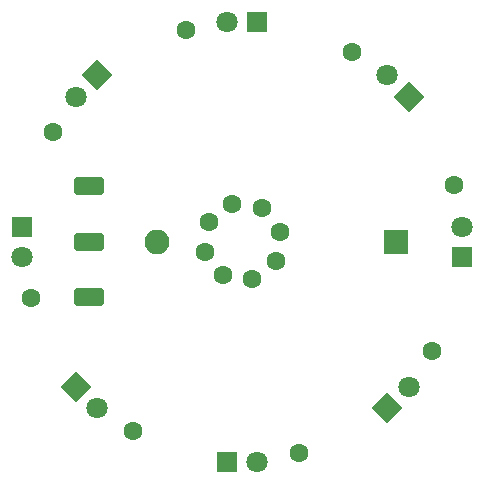
<source format=gbr>
%TF.GenerationSoftware,KiCad,Pcbnew,7.0.9*%
%TF.CreationDate,2025-02-20T14:34:02+01:00*%
%TF.ProjectId,firefly,66697265-666c-4792-9e6b-696361645f70,rev?*%
%TF.SameCoordinates,Original*%
%TF.FileFunction,Soldermask,Bot*%
%TF.FilePolarity,Negative*%
%FSLAX46Y46*%
G04 Gerber Fmt 4.6, Leading zero omitted, Abs format (unit mm)*
G04 Created by KiCad (PCBNEW 7.0.9) date 2025-02-20 14:34:02*
%MOMM*%
%LPD*%
G01*
G04 APERTURE LIST*
G04 Aperture macros list*
%AMRoundRect*
0 Rectangle with rounded corners*
0 $1 Rounding radius*
0 $2 $3 $4 $5 $6 $7 $8 $9 X,Y pos of 4 corners*
0 Add a 4 corners polygon primitive as box body*
4,1,4,$2,$3,$4,$5,$6,$7,$8,$9,$2,$3,0*
0 Add four circle primitives for the rounded corners*
1,1,$1+$1,$2,$3*
1,1,$1+$1,$4,$5*
1,1,$1+$1,$6,$7*
1,1,$1+$1,$8,$9*
0 Add four rect primitives between the rounded corners*
20,1,$1+$1,$2,$3,$4,$5,0*
20,1,$1+$1,$4,$5,$6,$7,0*
20,1,$1+$1,$6,$7,$8,$9,0*
20,1,$1+$1,$8,$9,$2,$3,0*%
%AMHorizOval*
0 Thick line with rounded ends*
0 $1 width*
0 $2 $3 position (X,Y) of the first rounded end (center of the circle)*
0 $4 $5 position (X,Y) of the second rounded end (center of the circle)*
0 Add line between two ends*
20,1,$1,$2,$3,$4,$5,0*
0 Add two circle primitives to create the rounded ends*
1,1,$1,$2,$3*
1,1,$1,$4,$5*%
%AMRotRect*
0 Rectangle, with rotation*
0 The origin of the aperture is its center*
0 $1 length*
0 $2 width*
0 $3 Rotation angle, in degrees counterclockwise*
0 Add horizontal line*
21,1,$1,$2,0,0,$3*%
G04 Aperture macros list end*
%ADD10RotRect,1.800000X1.800000X135.000000*%
%ADD11C,1.800000*%
%ADD12R,1.800000X1.800000*%
%ADD13RotRect,1.800000X1.800000X315.000000*%
%ADD14RotRect,1.800000X1.800000X225.000000*%
%ADD15RotRect,1.800000X1.800000X45.000000*%
%ADD16O,2.100000X2.100000*%
%ADD17R,2.100000X2.100000*%
%ADD18RoundRect,0.400000X-0.900000X0.400000X-0.900000X-0.400000X0.900000X-0.400000X0.900000X0.400000X0*%
%ADD19C,1.600000*%
%ADD20HorizOval,1.600000X0.000000X0.000000X0.000000X0.000000X0*%
%ADD21HorizOval,1.600000X0.000000X0.000000X0.000000X0.000000X0*%
%ADD22HorizOval,1.600000X0.000000X0.000000X0.000000X0.000000X0*%
%ADD23HorizOval,1.600000X0.000000X0.000000X0.000000X0.000000X0*%
%ADD24HorizOval,1.600000X0.000000X0.000000X0.000000X0.000000X0*%
%ADD25HorizOval,1.600000X0.000000X0.000000X0.000000X0.000000X0*%
%ADD26HorizOval,1.600000X0.000000X0.000000X0.000000X0.000000X0*%
%ADD27HorizOval,1.600000X0.000000X0.000000X0.000000X0.000000X0*%
G04 APERTURE END LIST*
D10*
%TO.C,D1*%
X143113324Y-80177798D03*
D11*
X141317273Y-78381747D03*
%TD*%
D12*
%TO.C,D2*%
X130307000Y-73817000D03*
D11*
X127767000Y-73817000D03*
%TD*%
D13*
%TO.C,REF\u002A\u002A*%
X114950676Y-104734202D03*
D11*
X116746727Y-106530253D03*
%TD*%
D12*
%TO.C,REF\u002A\u002A*%
X110393000Y-91181000D03*
D11*
X110393000Y-93721000D03*
%TD*%
D14*
%TO.C,REF\u002A\u002A*%
X116753798Y-78374676D03*
D11*
X114957747Y-80170727D03*
%TD*%
D15*
%TO.C,REF\u002A\u002A*%
X141310202Y-106537324D03*
D11*
X143106253Y-104741273D03*
%TD*%
D12*
%TO.C,REF\u002A\u002A*%
X127757000Y-111095000D03*
D11*
X130297000Y-111095000D03*
%TD*%
D16*
%TO.C,CR2023*%
X121841176Y-92456000D03*
D17*
X142034176Y-92456000D03*
%TD*%
D12*
%TO.C,D8*%
X147671000Y-93731000D03*
D11*
X147671000Y-91191000D03*
%TD*%
D18*
%TO.C,*%
X116078000Y-87731600D03*
X116078000Y-92456000D03*
X116078000Y-97180400D03*
%TD*%
D19*
%TO.C,R2*%
X128177378Y-89266515D03*
D20*
X124232976Y-74545805D03*
%TD*%
D19*
%TO.C,R5*%
X127380999Y-95315614D03*
D21*
X119760999Y-108513841D03*
%TD*%
D19*
%TO.C,R4*%
X125842513Y-93310620D03*
D22*
X111121803Y-97255022D03*
%TD*%
D19*
%TO.C,R6*%
X129886618Y-95645485D03*
D23*
X133831020Y-110366195D03*
%TD*%
D19*
%TO.C,3*%
X126172384Y-90805001D03*
D24*
X112974157Y-83185001D03*
%TD*%
D19*
%TO.C,R7*%
X131891612Y-94106999D03*
D25*
X145089839Y-101726999D03*
%TD*%
D19*
%TO.C,R1*%
X130682997Y-89596386D03*
D26*
X138302997Y-76398159D03*
%TD*%
D19*
%TO.C,R8*%
X132221483Y-91601380D03*
D27*
X146942193Y-87656978D03*
%TD*%
M02*

</source>
